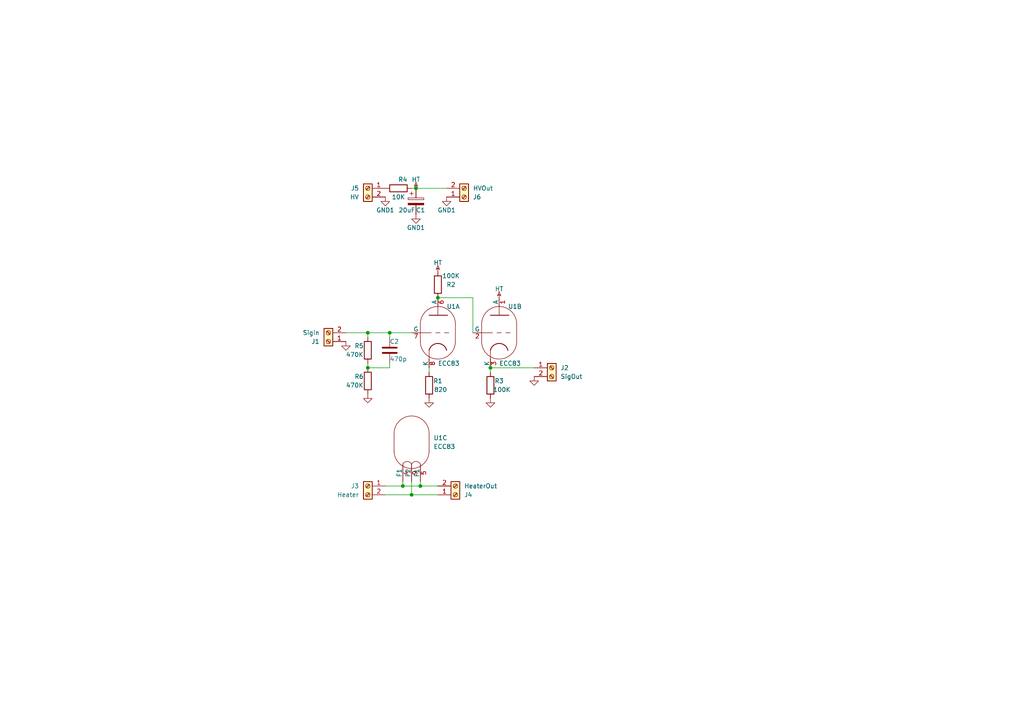
<source format=kicad_sch>
(kicad_sch (version 20230121) (generator eeschema)

  (uuid 29add1eb-87cc-4993-86ae-fe1975672e4b)

  (paper "A4")

  (lib_symbols
    (symbol "Connector:Screw_Terminal_01x02" (pin_names (offset 1.016) hide) (in_bom yes) (on_board yes)
      (property "Reference" "J" (at 0 2.54 0)
        (effects (font (size 1.27 1.27)))
      )
      (property "Value" "Screw_Terminal_01x02" (at 0 -5.08 0)
        (effects (font (size 1.27 1.27)))
      )
      (property "Footprint" "" (at 0 0 0)
        (effects (font (size 1.27 1.27)) hide)
      )
      (property "Datasheet" "~" (at 0 0 0)
        (effects (font (size 1.27 1.27)) hide)
      )
      (property "ki_keywords" "screw terminal" (at 0 0 0)
        (effects (font (size 1.27 1.27)) hide)
      )
      (property "ki_description" "Generic screw terminal, single row, 01x02, script generated (kicad-library-utils/schlib/autogen/connector/)" (at 0 0 0)
        (effects (font (size 1.27 1.27)) hide)
      )
      (property "ki_fp_filters" "TerminalBlock*:*" (at 0 0 0)
        (effects (font (size 1.27 1.27)) hide)
      )
      (symbol "Screw_Terminal_01x02_1_1"
        (rectangle (start -1.27 1.27) (end 1.27 -3.81)
          (stroke (width 0.254) (type default))
          (fill (type background))
        )
        (circle (center 0 -2.54) (radius 0.635)
          (stroke (width 0.1524) (type default))
          (fill (type none))
        )
        (polyline
          (pts
            (xy -0.5334 -2.2098)
            (xy 0.3302 -3.048)
          )
          (stroke (width 0.1524) (type default))
          (fill (type none))
        )
        (polyline
          (pts
            (xy -0.5334 0.3302)
            (xy 0.3302 -0.508)
          )
          (stroke (width 0.1524) (type default))
          (fill (type none))
        )
        (polyline
          (pts
            (xy -0.3556 -2.032)
            (xy 0.508 -2.8702)
          )
          (stroke (width 0.1524) (type default))
          (fill (type none))
        )
        (polyline
          (pts
            (xy -0.3556 0.508)
            (xy 0.508 -0.3302)
          )
          (stroke (width 0.1524) (type default))
          (fill (type none))
        )
        (circle (center 0 0) (radius 0.635)
          (stroke (width 0.1524) (type default))
          (fill (type none))
        )
        (pin passive line (at -5.08 0 0) (length 3.81)
          (name "Pin_1" (effects (font (size 1.27 1.27))))
          (number "1" (effects (font (size 1.27 1.27))))
        )
        (pin passive line (at -5.08 -2.54 0) (length 3.81)
          (name "Pin_2" (effects (font (size 1.27 1.27))))
          (number "2" (effects (font (size 1.27 1.27))))
        )
      )
    )
    (symbol "Device:C" (pin_numbers hide) (pin_names (offset 0.254)) (in_bom yes) (on_board yes)
      (property "Reference" "C" (at 0.635 2.54 0)
        (effects (font (size 1.27 1.27)) (justify left))
      )
      (property "Value" "C" (at 0.635 -2.54 0)
        (effects (font (size 1.27 1.27)) (justify left))
      )
      (property "Footprint" "" (at 0.9652 -3.81 0)
        (effects (font (size 1.27 1.27)) hide)
      )
      (property "Datasheet" "~" (at 0 0 0)
        (effects (font (size 1.27 1.27)) hide)
      )
      (property "ki_keywords" "cap capacitor" (at 0 0 0)
        (effects (font (size 1.27 1.27)) hide)
      )
      (property "ki_description" "Unpolarized capacitor" (at 0 0 0)
        (effects (font (size 1.27 1.27)) hide)
      )
      (property "ki_fp_filters" "C_*" (at 0 0 0)
        (effects (font (size 1.27 1.27)) hide)
      )
      (symbol "C_0_1"
        (polyline
          (pts
            (xy -2.032 -0.762)
            (xy 2.032 -0.762)
          )
          (stroke (width 0.508) (type default))
          (fill (type none))
        )
        (polyline
          (pts
            (xy -2.032 0.762)
            (xy 2.032 0.762)
          )
          (stroke (width 0.508) (type default))
          (fill (type none))
        )
      )
      (symbol "C_1_1"
        (pin passive line (at 0 3.81 270) (length 2.794)
          (name "~" (effects (font (size 1.27 1.27))))
          (number "1" (effects (font (size 1.27 1.27))))
        )
        (pin passive line (at 0 -3.81 90) (length 2.794)
          (name "~" (effects (font (size 1.27 1.27))))
          (number "2" (effects (font (size 1.27 1.27))))
        )
      )
    )
    (symbol "Device:C_Polarized" (pin_numbers hide) (pin_names (offset 0.254)) (in_bom yes) (on_board yes)
      (property "Reference" "C" (at 0.635 2.54 0)
        (effects (font (size 1.27 1.27)) (justify left))
      )
      (property "Value" "C_Polarized" (at 0.635 -2.54 0)
        (effects (font (size 1.27 1.27)) (justify left))
      )
      (property "Footprint" "" (at 0.9652 -3.81 0)
        (effects (font (size 1.27 1.27)) hide)
      )
      (property "Datasheet" "~" (at 0 0 0)
        (effects (font (size 1.27 1.27)) hide)
      )
      (property "ki_keywords" "cap capacitor" (at 0 0 0)
        (effects (font (size 1.27 1.27)) hide)
      )
      (property "ki_description" "Polarized capacitor" (at 0 0 0)
        (effects (font (size 1.27 1.27)) hide)
      )
      (property "ki_fp_filters" "CP_*" (at 0 0 0)
        (effects (font (size 1.27 1.27)) hide)
      )
      (symbol "C_Polarized_0_1"
        (rectangle (start -2.286 0.508) (end 2.286 1.016)
          (stroke (width 0) (type default))
          (fill (type none))
        )
        (polyline
          (pts
            (xy -1.778 2.286)
            (xy -0.762 2.286)
          )
          (stroke (width 0) (type default))
          (fill (type none))
        )
        (polyline
          (pts
            (xy -1.27 2.794)
            (xy -1.27 1.778)
          )
          (stroke (width 0) (type default))
          (fill (type none))
        )
        (rectangle (start 2.286 -0.508) (end -2.286 -1.016)
          (stroke (width 0) (type default))
          (fill (type outline))
        )
      )
      (symbol "C_Polarized_1_1"
        (pin passive line (at 0 3.81 270) (length 2.794)
          (name "~" (effects (font (size 1.27 1.27))))
          (number "1" (effects (font (size 1.27 1.27))))
        )
        (pin passive line (at 0 -3.81 90) (length 2.794)
          (name "~" (effects (font (size 1.27 1.27))))
          (number "2" (effects (font (size 1.27 1.27))))
        )
      )
    )
    (symbol "Device:R" (pin_numbers hide) (pin_names (offset 0)) (in_bom yes) (on_board yes)
      (property "Reference" "R" (at 2.032 0 90)
        (effects (font (size 1.27 1.27)))
      )
      (property "Value" "R" (at 0 0 90)
        (effects (font (size 1.27 1.27)))
      )
      (property "Footprint" "" (at -1.778 0 90)
        (effects (font (size 1.27 1.27)) hide)
      )
      (property "Datasheet" "~" (at 0 0 0)
        (effects (font (size 1.27 1.27)) hide)
      )
      (property "ki_keywords" "R res resistor" (at 0 0 0)
        (effects (font (size 1.27 1.27)) hide)
      )
      (property "ki_description" "Resistor" (at 0 0 0)
        (effects (font (size 1.27 1.27)) hide)
      )
      (property "ki_fp_filters" "R_*" (at 0 0 0)
        (effects (font (size 1.27 1.27)) hide)
      )
      (symbol "R_0_1"
        (rectangle (start -1.016 -2.54) (end 1.016 2.54)
          (stroke (width 0.254) (type default))
          (fill (type none))
        )
      )
      (symbol "R_1_1"
        (pin passive line (at 0 3.81 270) (length 1.27)
          (name "~" (effects (font (size 1.27 1.27))))
          (number "1" (effects (font (size 1.27 1.27))))
        )
        (pin passive line (at 0 -3.81 90) (length 1.27)
          (name "~" (effects (font (size 1.27 1.27))))
          (number "2" (effects (font (size 1.27 1.27))))
        )
      )
    )
    (symbol "Valve:ECC83" (pin_names (offset 0)) (in_bom yes) (on_board yes)
      (property "Reference" "U" (at 3.302 7.874 0)
        (effects (font (size 1.27 1.27)))
      )
      (property "Value" "ECC83" (at 8.89 -7.62 0)
        (effects (font (size 1.27 1.27)))
      )
      (property "Footprint" "Valve:Valve_Noval_P" (at 6.858 -10.16 0)
        (effects (font (size 1.27 1.27)) hide)
      )
      (property "Datasheet" "http://www.r-type.org/pdfs/ecc83.pdf" (at 0 0 0)
        (effects (font (size 1.27 1.27)) hide)
      )
      (property "ki_locked" "" (at 0 0 0)
        (effects (font (size 1.27 1.27)))
      )
      (property "ki_keywords" "triode valve" (at 0 0 0)
        (effects (font (size 1.27 1.27)) hide)
      )
      (property "ki_description" "double triode" (at 0 0 0)
        (effects (font (size 1.27 1.27)) hide)
      )
      (property "ki_fp_filters" "VALVE*NOVAL*P*" (at 0 0 0)
        (effects (font (size 1.27 1.27)) hide)
      )
      (symbol "ECC83_0_1"
        (arc (start -5.08 -2.54) (mid 0 -7.5979) (end 5.08 -2.54)
          (stroke (width 0) (type default))
          (fill (type none))
        )
        (polyline
          (pts
            (xy 5.08 2.54)
            (xy 5.08 -2.54)
          )
          (stroke (width 0) (type default))
          (fill (type none))
        )
        (polyline
          (pts
            (xy -5.08 2.54)
            (xy -5.08 -2.54)
            (xy -5.08 -2.54)
          )
          (stroke (width 0) (type default))
          (fill (type none))
        )
        (arc (start 5.08 2.54) (mid 0 7.5979) (end -5.08 2.54)
          (stroke (width 0) (type default))
          (fill (type none))
        )
      )
      (symbol "ECC83_1_0"
        (polyline
          (pts
            (xy -2.54 -5.08)
            (xy -2.54 -7.62)
          )
          (stroke (width 0) (type default))
          (fill (type none))
        )
        (polyline
          (pts
            (xy 0 5.08)
            (xy 0 7.62)
          )
          (stroke (width 0) (type default))
          (fill (type none))
        )
      )
      (symbol "ECC83_1_1"
        (polyline
          (pts
            (xy -5.08 0)
            (xy -3.175 0)
          )
          (stroke (width 0) (type default))
          (fill (type none))
        )
        (polyline
          (pts
            (xy -1.905 0)
            (xy -3.175 0)
          )
          (stroke (width 0.1524) (type default))
          (fill (type none))
        )
        (polyline
          (pts
            (xy -0.635 0)
            (xy 0.635 0)
          )
          (stroke (width 0.1524) (type default))
          (fill (type none))
        )
        (polyline
          (pts
            (xy 1.905 0)
            (xy 3.175 0)
          )
          (stroke (width 0.1524) (type default))
          (fill (type none))
        )
        (polyline
          (pts
            (xy -2.54 5.08)
            (xy 2.794 5.08)
            (xy 2.794 5.08)
          )
          (stroke (width 0.254) (type default))
          (fill (type none))
        )
        (arc (start 2.54 -5.08) (mid 0 -3.0968) (end -2.54 -5.08)
          (stroke (width 0.254) (type default))
          (fill (type none))
        )
        (pin output line (at 0 10.16 270) (length 2.54)
          (name "A" (effects (font (size 1.27 1.27))))
          (number "6" (effects (font (size 1.27 1.27))))
        )
        (pin input line (at -7.62 0 0) (length 2.54)
          (name "G" (effects (font (size 1.27 1.27))))
          (number "7" (effects (font (size 1.27 1.27))))
        )
        (pin bidirectional line (at -2.54 -10.16 90) (length 2.54)
          (name "K" (effects (font (size 1.27 1.27))))
          (number "8" (effects (font (size 1.27 1.27))))
        )
      )
      (symbol "ECC83_2_0"
        (polyline
          (pts
            (xy -2.54 -5.08)
            (xy -2.54 -7.62)
          )
          (stroke (width 0) (type default))
          (fill (type none))
        )
        (polyline
          (pts
            (xy 0 5.08)
            (xy 0 7.62)
          )
          (stroke (width 0) (type default))
          (fill (type none))
        )
      )
      (symbol "ECC83_2_1"
        (polyline
          (pts
            (xy -5.08 0)
            (xy -3.175 0)
          )
          (stroke (width 0) (type default))
          (fill (type none))
        )
        (polyline
          (pts
            (xy -1.905 0)
            (xy -3.175 0)
          )
          (stroke (width 0.1524) (type default))
          (fill (type none))
        )
        (polyline
          (pts
            (xy -0.635 0)
            (xy 0.635 0)
          )
          (stroke (width 0.1524) (type default))
          (fill (type none))
        )
        (polyline
          (pts
            (xy 1.905 0)
            (xy 3.175 0)
          )
          (stroke (width 0.1524) (type default))
          (fill (type none))
        )
        (polyline
          (pts
            (xy -2.54 5.08)
            (xy 2.794 5.08)
            (xy 2.794 5.08)
          )
          (stroke (width 0.254) (type default))
          (fill (type none))
        )
        (arc (start 2.54 -5.08) (mid 0 -3.0968) (end -2.54 -5.08)
          (stroke (width 0.254) (type default))
          (fill (type none))
        )
        (pin output line (at 0 10.16 270) (length 2.54)
          (name "A" (effects (font (size 1.27 1.27))))
          (number "1" (effects (font (size 1.27 1.27))))
        )
        (pin input line (at -7.62 0 0) (length 2.54)
          (name "G" (effects (font (size 1.27 1.27))))
          (number "2" (effects (font (size 1.27 1.27))))
        )
        (pin bidirectional line (at -2.54 -10.16 90) (length 2.54)
          (name "K" (effects (font (size 1.27 1.27))))
          (number "3" (effects (font (size 1.27 1.27))))
        )
      )
      (symbol "ECC83_3_1"
        (arc (start 0 -6.35) (mid -1.27 -5.5651) (end -2.54 -6.35)
          (stroke (width 0) (type default))
          (fill (type none))
        )
        (arc (start 2.54 -6.35) (mid 1.27 -5.5651) (end 0 -6.35)
          (stroke (width 0) (type default))
          (fill (type none))
        )
        (pin power_in line (at -2.54 -11.43 90) (length 5.08)
          (name "F1" (effects (font (size 1.27 1.27))))
          (number "4" (effects (font (size 1.27 1.27))))
        )
        (pin power_in line (at 2.54 -11.43 90) (length 5.08)
          (name "F1" (effects (font (size 1.27 1.27))))
          (number "5" (effects (font (size 1.27 1.27))))
        )
        (pin power_in line (at 0 -11.43 90) (length 5.08)
          (name "F2" (effects (font (size 1.27 1.27))))
          (number "9" (effects (font (size 1.27 1.27))))
        )
      )
    )
    (symbol "power:GND" (power) (pin_names (offset 0)) (in_bom yes) (on_board yes)
      (property "Reference" "#PWR" (at 0 -6.35 0)
        (effects (font (size 1.27 1.27)) hide)
      )
      (property "Value" "GND" (at 0 -3.81 0)
        (effects (font (size 1.27 1.27)))
      )
      (property "Footprint" "" (at 0 0 0)
        (effects (font (size 1.27 1.27)) hide)
      )
      (property "Datasheet" "" (at 0 0 0)
        (effects (font (size 1.27 1.27)) hide)
      )
      (property "ki_keywords" "global power" (at 0 0 0)
        (effects (font (size 1.27 1.27)) hide)
      )
      (property "ki_description" "Power symbol creates a global label with name \"GND\" , ground" (at 0 0 0)
        (effects (font (size 1.27 1.27)) hide)
      )
      (symbol "GND_0_1"
        (polyline
          (pts
            (xy 0 0)
            (xy 0 -1.27)
            (xy 1.27 -1.27)
            (xy 0 -2.54)
            (xy -1.27 -1.27)
            (xy 0 -1.27)
          )
          (stroke (width 0) (type default))
          (fill (type none))
        )
      )
      (symbol "GND_1_1"
        (pin power_in line (at 0 0 270) (length 0) hide
          (name "GND" (effects (font (size 1.27 1.27))))
          (number "1" (effects (font (size 1.27 1.27))))
        )
      )
    )
    (symbol "power:GND1" (power) (pin_names (offset 0)) (in_bom yes) (on_board yes)
      (property "Reference" "#PWR" (at 0 -6.35 0)
        (effects (font (size 1.27 1.27)) hide)
      )
      (property "Value" "GND1" (at 0 -3.81 0)
        (effects (font (size 1.27 1.27)))
      )
      (property "Footprint" "" (at 0 0 0)
        (effects (font (size 1.27 1.27)) hide)
      )
      (property "Datasheet" "" (at 0 0 0)
        (effects (font (size 1.27 1.27)) hide)
      )
      (property "ki_keywords" "global power" (at 0 0 0)
        (effects (font (size 1.27 1.27)) hide)
      )
      (property "ki_description" "Power symbol creates a global label with name \"GND1\" , ground" (at 0 0 0)
        (effects (font (size 1.27 1.27)) hide)
      )
      (symbol "GND1_0_1"
        (polyline
          (pts
            (xy 0 0)
            (xy 0 -1.27)
            (xy 1.27 -1.27)
            (xy 0 -2.54)
            (xy -1.27 -1.27)
            (xy 0 -1.27)
          )
          (stroke (width 0) (type default))
          (fill (type none))
        )
      )
      (symbol "GND1_1_1"
        (pin power_in line (at 0 0 270) (length 0) hide
          (name "GND1" (effects (font (size 1.27 1.27))))
          (number "1" (effects (font (size 1.27 1.27))))
        )
      )
    )
    (symbol "power:HT" (power) (pin_names (offset 0)) (in_bom yes) (on_board yes)
      (property "Reference" "#PWR" (at 0 3.048 0)
        (effects (font (size 1.27 1.27)) hide)
      )
      (property "Value" "HT" (at 0 2.286 0)
        (effects (font (size 1.27 1.27)))
      )
      (property "Footprint" "" (at 0 0 0)
        (effects (font (size 1.27 1.27)) hide)
      )
      (property "Datasheet" "" (at 0 0 0)
        (effects (font (size 1.27 1.27)) hide)
      )
      (property "ki_keywords" "global power" (at 0 0 0)
        (effects (font (size 1.27 1.27)) hide)
      )
      (property "ki_description" "Power symbol creates a global label with name \"HT\"" (at 0 0 0)
        (effects (font (size 1.27 1.27)) hide)
      )
      (symbol "HT_0_0"
        (pin power_in line (at 0 0 90) (length 0) hide
          (name "HT" (effects (font (size 1.27 1.27))))
          (number "1" (effects (font (size 1.27 1.27))))
        )
      )
      (symbol "HT_0_1"
        (polyline
          (pts
            (xy 0 0)
            (xy 0 1.016)
            (xy 0 1.016)
          )
          (stroke (width 0) (type default))
          (fill (type none))
        )
        (polyline
          (pts
            (xy 0 1.016)
            (xy 0.508 0.508)
            (xy 0 1.778)
            (xy -0.508 0.508)
            (xy 0 1.016)
            (xy 0 1.016)
          )
          (stroke (width 0) (type default))
          (fill (type none))
        )
      )
    )
  )

  (junction (at 127 86.36) (diameter 0) (color 0 0 0 0)
    (uuid 0d11ef56-4700-4b38-b43c-e5f6a2ad13ea)
  )
  (junction (at 142.24 106.68) (diameter 0) (color 0 0 0 0)
    (uuid 19190d59-fdc0-403b-b198-0ad39253ba16)
  )
  (junction (at 113.03 96.52) (diameter 0) (color 0 0 0 0)
    (uuid 2204fa14-bf5d-48c9-b12a-64c1ff01cd7d)
  )
  (junction (at 120.65 54.61) (diameter 0) (color 0 0 0 0)
    (uuid 3777d9f6-77c8-4bbf-9f23-1388b128e133)
  )
  (junction (at 106.68 106.68) (diameter 0) (color 0 0 0 0)
    (uuid 6f5c210b-b8d8-480f-904a-5e0bf8787308)
  )
  (junction (at 106.68 96.52) (diameter 0) (color 0 0 0 0)
    (uuid 7ba2cae9-0fee-4932-9c4d-2c446baa9ce3)
  )
  (junction (at 119.38 143.51) (diameter 0) (color 0 0 0 0)
    (uuid acff7758-3c8b-4ab4-a93e-b6be1ad744a2)
  )
  (junction (at 116.84 140.97) (diameter 0) (color 0 0 0 0)
    (uuid d74a0c16-dd62-4c11-8146-41efc51af89e)
  )
  (junction (at 121.92 140.97) (diameter 0) (color 0 0 0 0)
    (uuid de8db6f3-5dba-4e13-8496-b6b35b0fb239)
  )

  (wire (pts (xy 142.24 106.68) (xy 154.94 106.68))
    (stroke (width 0) (type default))
    (uuid 20e4083d-c72c-486d-896b-a10f0932ce04)
  )
  (wire (pts (xy 106.68 106.68) (xy 113.03 106.68))
    (stroke (width 0) (type default))
    (uuid 21074690-cfec-48e7-954f-9e403bcef0b8)
  )
  (wire (pts (xy 137.16 86.36) (xy 137.16 96.52))
    (stroke (width 0) (type default))
    (uuid 240b9233-8852-4a1d-b271-c4403e33b702)
  )
  (wire (pts (xy 120.65 54.61) (xy 129.54 54.61))
    (stroke (width 0) (type default))
    (uuid 35d6d608-2296-46fd-b68c-255e8ae24c27)
  )
  (wire (pts (xy 113.03 96.52) (xy 119.38 96.52))
    (stroke (width 0) (type default))
    (uuid 38415ab8-4e6b-4e35-8ab5-e91a4de7f2f6)
  )
  (wire (pts (xy 119.38 143.51) (xy 119.38 139.7))
    (stroke (width 0) (type default))
    (uuid 3c476441-173f-412d-a480-79980e4e4f39)
  )
  (wire (pts (xy 124.46 107.95) (xy 124.46 106.68))
    (stroke (width 0) (type default))
    (uuid 42ff329a-43b8-4bf5-b9ef-44cea9abe066)
  )
  (wire (pts (xy 127 86.36) (xy 137.16 86.36))
    (stroke (width 0) (type default))
    (uuid 5b8db6f7-57ef-4b04-8ba4-cb9924ed767b)
  )
  (wire (pts (xy 116.84 140.97) (xy 116.84 139.7))
    (stroke (width 0) (type default))
    (uuid 6f89176c-58ba-48c4-9194-250af0710a42)
  )
  (wire (pts (xy 100.33 96.52) (xy 106.68 96.52))
    (stroke (width 0) (type default))
    (uuid 73a50590-de65-49aa-aa30-14aa85cd0408)
  )
  (wire (pts (xy 142.24 106.68) (xy 142.24 107.95))
    (stroke (width 0) (type default))
    (uuid 84ca9ace-920f-400f-aa93-5e0053710acb)
  )
  (wire (pts (xy 106.68 96.52) (xy 113.03 96.52))
    (stroke (width 0) (type default))
    (uuid 8d51cd20-a024-4d20-923b-b0f82a5728d2)
  )
  (wire (pts (xy 113.03 106.68) (xy 113.03 105.41))
    (stroke (width 0) (type default))
    (uuid 936fdbb5-97de-4ecf-af26-af210e67cedc)
  )
  (wire (pts (xy 119.38 54.61) (xy 120.65 54.61))
    (stroke (width 0) (type default))
    (uuid 9a9132d0-81cf-4a4a-964d-e5f31fd945a3)
  )
  (wire (pts (xy 113.03 96.52) (xy 113.03 97.79))
    (stroke (width 0) (type default))
    (uuid 9ae1256a-c994-4b27-b0d9-72b1fa68e673)
  )
  (wire (pts (xy 106.68 97.79) (xy 106.68 96.52))
    (stroke (width 0) (type default))
    (uuid 9d1fc290-ef3b-4465-8284-2e28d1af542d)
  )
  (wire (pts (xy 111.76 140.97) (xy 116.84 140.97))
    (stroke (width 0) (type default))
    (uuid a0b78495-8709-49bd-ab29-574f86d8603d)
  )
  (wire (pts (xy 119.38 143.51) (xy 127 143.51))
    (stroke (width 0) (type default))
    (uuid ab38847b-9e3a-431b-83cc-085096d1e7f8)
  )
  (wire (pts (xy 121.92 140.97) (xy 116.84 140.97))
    (stroke (width 0) (type default))
    (uuid ab7e7179-179d-4a1a-b30e-94dbccb49a88)
  )
  (wire (pts (xy 121.92 139.7) (xy 121.92 140.97))
    (stroke (width 0) (type default))
    (uuid cceae3ff-c8c9-411f-b18a-b2800ddd4041)
  )
  (wire (pts (xy 111.76 143.51) (xy 119.38 143.51))
    (stroke (width 0) (type default))
    (uuid d9d22997-4b2f-44c1-8f58-8d8aee7ffefd)
  )
  (wire (pts (xy 121.92 140.97) (xy 127 140.97))
    (stroke (width 0) (type default))
    (uuid e62ee87d-bc6e-42eb-ad3b-00882a9a7454)
  )
  (wire (pts (xy 106.68 106.68) (xy 106.68 105.41))
    (stroke (width 0) (type default))
    (uuid ff3369ba-77e9-4b27-9bdf-5729f5eca65f)
  )

  (symbol (lib_id "power:GND1") (at 120.65 62.23 0) (unit 1)
    (in_bom yes) (on_board yes) (dnp no)
    (uuid 073d7aba-c240-4df8-b70c-02d141e6ca5c)
    (property "Reference" "#PWR05" (at 120.65 68.58 0)
      (effects (font (size 1.27 1.27)) hide)
    )
    (property "Value" "GND1" (at 120.65 66.04 0)
      (effects (font (size 1.27 1.27)))
    )
    (property "Footprint" "" (at 120.65 62.23 0)
      (effects (font (size 1.27 1.27)) hide)
    )
    (property "Datasheet" "" (at 120.65 62.23 0)
      (effects (font (size 1.27 1.27)) hide)
    )
    (pin "1" (uuid 31940926-ef55-4f71-aca4-f9d11ad2d751))
    (instances
      (project "Gain2Module"
        (path "/29add1eb-87cc-4993-86ae-fe1975672e4b"
          (reference "#PWR05") (unit 1)
        )
      )
    )
  )

  (symbol (lib_id "Valve:ECC83") (at 127 96.52 0) (unit 1)
    (in_bom yes) (on_board yes) (dnp no)
    (uuid 0c4fa716-351b-464a-b596-719379b66d3a)
    (property "Reference" "U1" (at 129.54 88.9 0)
      (effects (font (size 1.27 1.27)) (justify left))
    )
    (property "Value" "ECC83" (at 127 105.41 0)
      (effects (font (size 1.27 1.27)) (justify left))
    )
    (property "Footprint" "CustomFootprints:BELTON_VT9-PT" (at 133.858 106.68 0)
      (effects (font (size 1.27 1.27)) hide)
    )
    (property "Datasheet" "http://www.r-type.org/pdfs/ecc83.pdf" (at 127 96.52 0)
      (effects (font (size 1.27 1.27)) hide)
    )
    (pin "8" (uuid 6d2e2dbe-67f2-44e6-a122-4ba24113d8b1))
    (pin "7" (uuid 59ba3bdb-5ccf-4fed-94c0-4d3934b24ff6))
    (pin "6" (uuid 2d3f048e-733d-4608-b8fa-ca38b6062208))
    (pin "2" (uuid 8077d4f2-3b3a-4712-a5ec-eb8ca0d8b315))
    (pin "3" (uuid 61e2d25e-d896-4275-a8a4-d2a53fef8a56))
    (pin "4" (uuid 466d323d-626e-4aaa-b169-6243fe10d696))
    (pin "9" (uuid 6952ded6-93b3-4476-bd55-2491ddc4c3bf))
    (pin "5" (uuid 54a2407c-c669-4486-9698-6b4fbce9e34c))
    (pin "1" (uuid 09b4c359-6c3e-4128-b69f-f7377be4ec09))
    (instances
      (project "Gain2Module"
        (path "/29add1eb-87cc-4993-86ae-fe1975672e4b"
          (reference "U1") (unit 1)
        )
      )
    )
  )

  (symbol (lib_id "power:HT") (at 120.65 54.61 0) (unit 1)
    (in_bom yes) (on_board yes) (dnp no)
    (uuid 107e36cf-7f65-42f2-9684-7724be3e0bd2)
    (property "Reference" "#PWR04" (at 120.65 51.562 0)
      (effects (font (size 1.27 1.27)) hide)
    )
    (property "Value" "HT" (at 120.65 52.07 0)
      (effects (font (size 1.27 1.27)))
    )
    (property "Footprint" "" (at 120.65 54.61 0)
      (effects (font (size 1.27 1.27)) hide)
    )
    (property "Datasheet" "" (at 120.65 54.61 0)
      (effects (font (size 1.27 1.27)) hide)
    )
    (pin "1" (uuid cd7df324-ec7d-4d7b-b3ab-98c7b4815da8))
    (instances
      (project "Gain2Module"
        (path "/29add1eb-87cc-4993-86ae-fe1975672e4b"
          (reference "#PWR04") (unit 1)
        )
      )
    )
  )

  (symbol (lib_id "power:GND1") (at 111.76 57.15 0) (unit 1)
    (in_bom yes) (on_board yes) (dnp no)
    (uuid 1b47f349-7742-4806-9a63-79ccf2f7e86e)
    (property "Reference" "#PWR03" (at 111.76 63.5 0)
      (effects (font (size 1.27 1.27)) hide)
    )
    (property "Value" "GND1" (at 111.76 60.96 0)
      (effects (font (size 1.27 1.27)))
    )
    (property "Footprint" "" (at 111.76 57.15 0)
      (effects (font (size 1.27 1.27)) hide)
    )
    (property "Datasheet" "" (at 111.76 57.15 0)
      (effects (font (size 1.27 1.27)) hide)
    )
    (pin "1" (uuid 31940926-ef55-4f71-aca4-f9d11ad2d752))
    (instances
      (project "Gain2Module"
        (path "/29add1eb-87cc-4993-86ae-fe1975672e4b"
          (reference "#PWR03") (unit 1)
        )
      )
    )
  )

  (symbol (lib_id "Device:R") (at 127 82.55 0) (unit 1)
    (in_bom yes) (on_board yes) (dnp no)
    (uuid 23c50ac1-81a9-4bc7-9667-b0de6ad242c7)
    (property "Reference" "R2" (at 130.81 82.55 0)
      (effects (font (size 1.27 1.27)))
    )
    (property "Value" "100K" (at 130.81 80.01 0)
      (effects (font (size 1.27 1.27)))
    )
    (property "Footprint" "Resistor_THT:R_Axial_DIN0309_L9.0mm_D3.2mm_P12.70mm_Horizontal" (at 125.222 82.55 90)
      (effects (font (size 1.27 1.27)) hide)
    )
    (property "Datasheet" "~" (at 127 82.55 0)
      (effects (font (size 1.27 1.27)) hide)
    )
    (pin "1" (uuid 5a185fe1-e407-4750-b00e-a1d96b804185))
    (pin "2" (uuid 3404ceb5-6503-42dd-95c0-d401aeaa8409))
    (instances
      (project "Gain2Module"
        (path "/29add1eb-87cc-4993-86ae-fe1975672e4b"
          (reference "R2") (unit 1)
        )
      )
    )
  )

  (symbol (lib_id "Connector:Screw_Terminal_01x02") (at 95.25 99.06 180) (unit 1)
    (in_bom yes) (on_board yes) (dnp no)
    (uuid 23ed4829-bf99-4fcd-af51-8db91c38f17d)
    (property "Reference" "J1" (at 92.71 99.06 0)
      (effects (font (size 1.27 1.27)) (justify left))
    )
    (property "Value" "SigIn" (at 92.71 96.52 0)
      (effects (font (size 1.27 1.27)) (justify left))
    )
    (property "Footprint" "CustomFootprints:Molex_Micro-Fit_3.0_43650-0200_1x02_P3.00mm_Horizontal" (at 95.25 99.06 0)
      (effects (font (size 1.27 1.27)) hide)
    )
    (property "Datasheet" "~" (at 95.25 99.06 0)
      (effects (font (size 1.27 1.27)) hide)
    )
    (pin "2" (uuid f590698e-efbb-416c-a735-b50e3db80e98))
    (pin "1" (uuid 8649e12a-c91b-44cd-8ca2-1cd35d20db65))
    (instances
      (project "Gain2Module"
        (path "/29add1eb-87cc-4993-86ae-fe1975672e4b"
          (reference "J1") (unit 1)
        )
      )
    )
  )

  (symbol (lib_id "Device:C_Polarized") (at 120.65 58.42 0) (unit 1)
    (in_bom yes) (on_board yes) (dnp no)
    (uuid 3d347dbc-d58b-4d3b-adad-d669caab4694)
    (property "Reference" "C1" (at 120.65 60.96 0)
      (effects (font (size 1.27 1.27)) (justify left))
    )
    (property "Value" "20uF" (at 115.57 60.96 0)
      (effects (font (size 1.27 1.27)) (justify left))
    )
    (property "Footprint" "Capacitor_THT:CP_Radial_D13.0mm_P5.00mm" (at 121.6152 62.23 0)
      (effects (font (size 1.27 1.27)) hide)
    )
    (property "Datasheet" "~" (at 120.65 58.42 0)
      (effects (font (size 1.27 1.27)) hide)
    )
    (pin "1" (uuid f86823da-9898-4a0a-ac1a-e5bc878be47a))
    (pin "2" (uuid 5eb7d136-ecb1-4384-b090-f5434051d2bb))
    (instances
      (project "Gain2Module"
        (path "/29add1eb-87cc-4993-86ae-fe1975672e4b"
          (reference "C1") (unit 1)
        )
      )
    )
  )

  (symbol (lib_id "Connector:Screw_Terminal_01x02") (at 132.08 143.51 0) (mirror x) (unit 1)
    (in_bom yes) (on_board yes) (dnp no)
    (uuid 428c3252-0a0a-4888-987b-e5eea583b942)
    (property "Reference" "J4" (at 134.62 143.51 0)
      (effects (font (size 1.27 1.27)) (justify left))
    )
    (property "Value" "HeaterOut" (at 134.62 140.97 0)
      (effects (font (size 1.27 1.27)) (justify left))
    )
    (property "Footprint" "CustomFootprints:Molex_Micro-Fit_3.0_43650-0215_1x02_P3.00mm_Vertical" (at 132.08 143.51 0)
      (effects (font (size 1.27 1.27)) hide)
    )
    (property "Datasheet" "~" (at 132.08 143.51 0)
      (effects (font (size 1.27 1.27)) hide)
    )
    (pin "2" (uuid f590698e-efbb-416c-a735-b50e3db80e99))
    (pin "1" (uuid 8649e12a-c91b-44cd-8ca2-1cd35d20db66))
    (instances
      (project "Gain2Module"
        (path "/29add1eb-87cc-4993-86ae-fe1975672e4b"
          (reference "J4") (unit 1)
        )
      )
    )
  )

  (symbol (lib_id "Connector:Screw_Terminal_01x02") (at 106.68 54.61 0) (mirror y) (unit 1)
    (in_bom yes) (on_board yes) (dnp no) (fields_autoplaced)
    (uuid 596dfcf4-ba0c-430d-8841-a217612309ef)
    (property "Reference" "J5" (at 104.14 54.61 0)
      (effects (font (size 1.27 1.27)) (justify left))
    )
    (property "Value" "HV" (at 104.14 57.15 0)
      (effects (font (size 1.27 1.27)) (justify left))
    )
    (property "Footprint" "CustomFootprints:Molex_Micro-Fit_3.0_43650-0200_1x02_P3.00mm_Horizontal" (at 106.68 54.61 0)
      (effects (font (size 1.27 1.27)) hide)
    )
    (property "Datasheet" "~" (at 106.68 54.61 0)
      (effects (font (size 1.27 1.27)) hide)
    )
    (pin "2" (uuid f590698e-efbb-416c-a735-b50e3db80e9a))
    (pin "1" (uuid 8649e12a-c91b-44cd-8ca2-1cd35d20db67))
    (instances
      (project "Gain2Module"
        (path "/29add1eb-87cc-4993-86ae-fe1975672e4b"
          (reference "J5") (unit 1)
        )
      )
    )
  )

  (symbol (lib_id "power:GND") (at 154.94 109.22 0) (unit 1)
    (in_bom yes) (on_board yes) (dnp no) (fields_autoplaced)
    (uuid 5e78e6fc-3348-4a58-acc3-d13037daae86)
    (property "Reference" "#PWR010" (at 154.94 115.57 0)
      (effects (font (size 1.27 1.27)) hide)
    )
    (property "Value" "GND" (at 154.94 113.03 90)
      (effects (font (size 1.27 1.27)) (justify right) hide)
    )
    (property "Footprint" "" (at 154.94 109.22 0)
      (effects (font (size 1.27 1.27)) hide)
    )
    (property "Datasheet" "" (at 154.94 109.22 0)
      (effects (font (size 1.27 1.27)) hide)
    )
    (pin "1" (uuid 9be51b25-dd6b-4c59-84c5-6b48066f1fc7))
    (instances
      (project "Gain2Module"
        (path "/29add1eb-87cc-4993-86ae-fe1975672e4b"
          (reference "#PWR010") (unit 1)
        )
      )
    )
  )

  (symbol (lib_id "Connector:Screw_Terminal_01x02") (at 106.68 140.97 0) (mirror y) (unit 1)
    (in_bom yes) (on_board yes) (dnp no) (fields_autoplaced)
    (uuid 673f4967-6fe3-4523-831c-7816a29f12c6)
    (property "Reference" "J3" (at 104.14 140.97 0)
      (effects (font (size 1.27 1.27)) (justify left))
    )
    (property "Value" "Heater" (at 104.14 143.51 0)
      (effects (font (size 1.27 1.27)) (justify left))
    )
    (property "Footprint" "CustomFootprints:Molex_Micro-Fit_3.0_43650-0215_1x02_P3.00mm_Vertical" (at 106.68 140.97 0)
      (effects (font (size 1.27 1.27)) hide)
    )
    (property "Datasheet" "~" (at 106.68 140.97 0)
      (effects (font (size 1.27 1.27)) hide)
    )
    (pin "2" (uuid f590698e-efbb-416c-a735-b50e3db80e9b))
    (pin "1" (uuid 8649e12a-c91b-44cd-8ca2-1cd35d20db68))
    (instances
      (project "Gain2Module"
        (path "/29add1eb-87cc-4993-86ae-fe1975672e4b"
          (reference "J3") (unit 1)
        )
      )
    )
  )

  (symbol (lib_id "Device:C") (at 113.03 101.6 0) (unit 1)
    (in_bom yes) (on_board yes) (dnp no)
    (uuid 77dc634e-a24e-4ca9-aeca-93737e32482f)
    (property "Reference" "C2" (at 113.03 99.06 0)
      (effects (font (size 1.27 1.27)) (justify left))
    )
    (property "Value" "470p" (at 113.03 104.14 0)
      (effects (font (size 1.27 1.27)) (justify left))
    )
    (property "Footprint" "CustomFootprints:FG26 Cap" (at 113.9952 105.41 0)
      (effects (font (size 1.27 1.27)) hide)
    )
    (property "Datasheet" "~" (at 113.03 101.6 0)
      (effects (font (size 1.27 1.27)) hide)
    )
    (pin "2" (uuid 9ce3b514-0d71-407a-a364-7fe913554637))
    (pin "1" (uuid 3c3ae0d4-e8d0-425c-9178-fe330031beaf))
    (instances
      (project "Gain2Module"
        (path "/29add1eb-87cc-4993-86ae-fe1975672e4b"
          (reference "C2") (unit 1)
        )
      )
    )
  )

  (symbol (lib_id "power:GND") (at 124.46 115.57 0) (unit 1)
    (in_bom yes) (on_board yes) (dnp no) (fields_autoplaced)
    (uuid 78e61688-91ca-4985-aed7-caf52e271606)
    (property "Reference" "#PWR01" (at 124.46 121.92 0)
      (effects (font (size 1.27 1.27)) hide)
    )
    (property "Value" "GND" (at 124.46 119.38 90)
      (effects (font (size 1.27 1.27)) (justify right) hide)
    )
    (property "Footprint" "" (at 124.46 115.57 0)
      (effects (font (size 1.27 1.27)) hide)
    )
    (property "Datasheet" "" (at 124.46 115.57 0)
      (effects (font (size 1.27 1.27)) hide)
    )
    (pin "1" (uuid 44f5ed78-9161-4746-b160-958c621f9fa3))
    (instances
      (project "Gain2Module"
        (path "/29add1eb-87cc-4993-86ae-fe1975672e4b"
          (reference "#PWR01") (unit 1)
        )
      )
    )
  )

  (symbol (lib_id "power:GND") (at 142.24 115.57 0) (unit 1)
    (in_bom yes) (on_board yes) (dnp no) (fields_autoplaced)
    (uuid 8272eb56-c1d0-46db-a3f7-489092ecf1a4)
    (property "Reference" "#PWR02" (at 142.24 121.92 0)
      (effects (font (size 1.27 1.27)) hide)
    )
    (property "Value" "GND" (at 142.24 119.38 90)
      (effects (font (size 1.27 1.27)) (justify right) hide)
    )
    (property "Footprint" "" (at 142.24 115.57 0)
      (effects (font (size 1.27 1.27)) hide)
    )
    (property "Datasheet" "" (at 142.24 115.57 0)
      (effects (font (size 1.27 1.27)) hide)
    )
    (pin "1" (uuid 6cc4fe07-8521-43cb-98de-2cd39310a3b2))
    (instances
      (project "Gain2Module"
        (path "/29add1eb-87cc-4993-86ae-fe1975672e4b"
          (reference "#PWR02") (unit 1)
        )
      )
    )
  )

  (symbol (lib_id "power:GND1") (at 129.54 57.15 0) (unit 1)
    (in_bom yes) (on_board yes) (dnp no)
    (uuid 87b816cd-f89e-4e48-948b-b010e2131bec)
    (property "Reference" "#PWR08" (at 129.54 63.5 0)
      (effects (font (size 1.27 1.27)) hide)
    )
    (property "Value" "GND1" (at 129.54 60.96 0)
      (effects (font (size 1.27 1.27)))
    )
    (property "Footprint" "" (at 129.54 57.15 0)
      (effects (font (size 1.27 1.27)) hide)
    )
    (property "Datasheet" "" (at 129.54 57.15 0)
      (effects (font (size 1.27 1.27)) hide)
    )
    (pin "1" (uuid e6be880f-b28c-4272-829e-21565fd42648))
    (instances
      (project "Gain2Module"
        (path "/29add1eb-87cc-4993-86ae-fe1975672e4b"
          (reference "#PWR08") (unit 1)
        )
      )
    )
  )

  (symbol (lib_id "Connector:Screw_Terminal_01x02") (at 134.62 57.15 0) (mirror x) (unit 1)
    (in_bom yes) (on_board yes) (dnp no)
    (uuid 8a3856c0-f503-4813-afaa-20814dc7bfe0)
    (property "Reference" "J6" (at 137.16 57.15 0)
      (effects (font (size 1.27 1.27)) (justify left))
    )
    (property "Value" "HVOut" (at 137.16 54.61 0)
      (effects (font (size 1.27 1.27)) (justify left))
    )
    (property "Footprint" "CustomFootprints:Molex_Micro-Fit_3.0_43650-0200_1x02_P3.00mm_Horizontal" (at 134.62 57.15 0)
      (effects (font (size 1.27 1.27)) hide)
    )
    (property "Datasheet" "~" (at 134.62 57.15 0)
      (effects (font (size 1.27 1.27)) hide)
    )
    (pin "2" (uuid f590698e-efbb-416c-a735-b50e3db80e9c))
    (pin "1" (uuid 8649e12a-c91b-44cd-8ca2-1cd35d20db69))
    (instances
      (project "Gain2Module"
        (path "/29add1eb-87cc-4993-86ae-fe1975672e4b"
          (reference "J6") (unit 1)
        )
      )
    )
  )

  (symbol (lib_id "Device:R") (at 124.46 111.76 180) (unit 1)
    (in_bom yes) (on_board yes) (dnp no)
    (uuid 965cd2ac-68d4-4e4f-87d1-360d1315bd53)
    (property "Reference" "R1" (at 127 110.49 0)
      (effects (font (size 1.27 1.27)))
    )
    (property "Value" "820 " (at 128.27 113.03 0)
      (effects (font (size 1.27 1.27)))
    )
    (property "Footprint" "Resistor_THT:R_Axial_DIN0309_L9.0mm_D3.2mm_P12.70mm_Horizontal" (at 126.238 111.76 90)
      (effects (font (size 1.27 1.27)) hide)
    )
    (property "Datasheet" "~" (at 124.46 111.76 0)
      (effects (font (size 1.27 1.27)) hide)
    )
    (pin "1" (uuid e4caecee-4278-470f-9cbf-73f165a270dd))
    (pin "2" (uuid bb142868-c950-460f-ad8c-35d2cf86a9af))
    (instances
      (project "Gain2Module"
        (path "/29add1eb-87cc-4993-86ae-fe1975672e4b"
          (reference "R1") (unit 1)
        )
      )
    )
  )

  (symbol (lib_id "Connector:Screw_Terminal_01x02") (at 160.02 106.68 0) (unit 1)
    (in_bom yes) (on_board yes) (dnp no) (fields_autoplaced)
    (uuid 9cf0e127-0746-4c71-b171-ab371ca6a387)
    (property "Reference" "J2" (at 162.56 106.68 0)
      (effects (font (size 1.27 1.27)) (justify left))
    )
    (property "Value" "SigOut" (at 162.56 109.22 0)
      (effects (font (size 1.27 1.27)) (justify left))
    )
    (property "Footprint" "CustomFootprints:Molex_Micro-Fit_3.0_43650-0200_1x02_P3.00mm_Horizontal" (at 160.02 106.68 0)
      (effects (font (size 1.27 1.27)) hide)
    )
    (property "Datasheet" "~" (at 160.02 106.68 0)
      (effects (font (size 1.27 1.27)) hide)
    )
    (pin "2" (uuid f590698e-efbb-416c-a735-b50e3db80e9d))
    (pin "1" (uuid 8649e12a-c91b-44cd-8ca2-1cd35d20db6a))
    (instances
      (project "Gain2Module"
        (path "/29add1eb-87cc-4993-86ae-fe1975672e4b"
          (reference "J2") (unit 1)
        )
      )
    )
  )

  (symbol (lib_id "power:HT") (at 144.78 86.36 0) (unit 1)
    (in_bom yes) (on_board yes) (dnp no)
    (uuid a1d5074d-01cb-42bf-9bd5-15d97b16a0af)
    (property "Reference" "#PWR07" (at 144.78 83.312 0)
      (effects (font (size 1.27 1.27)) hide)
    )
    (property "Value" "HT" (at 144.78 83.82 0)
      (effects (font (size 1.27 1.27)))
    )
    (property "Footprint" "" (at 144.78 86.36 0)
      (effects (font (size 1.27 1.27)) hide)
    )
    (property "Datasheet" "" (at 144.78 86.36 0)
      (effects (font (size 1.27 1.27)) hide)
    )
    (pin "1" (uuid 7cd5e96e-30aa-41e8-9485-9cfbda7e390d))
    (instances
      (project "Gain2Module"
        (path "/29add1eb-87cc-4993-86ae-fe1975672e4b"
          (reference "#PWR07") (unit 1)
        )
      )
    )
  )

  (symbol (lib_id "power:GND") (at 100.33 99.06 0) (unit 1)
    (in_bom yes) (on_board yes) (dnp no) (fields_autoplaced)
    (uuid ac9b301a-74a4-430a-a614-09f3c019ef60)
    (property "Reference" "#PWR09" (at 100.33 105.41 0)
      (effects (font (size 1.27 1.27)) hide)
    )
    (property "Value" "GND" (at 100.33 102.87 90)
      (effects (font (size 1.27 1.27)) (justify right) hide)
    )
    (property "Footprint" "" (at 100.33 99.06 0)
      (effects (font (size 1.27 1.27)) hide)
    )
    (property "Datasheet" "" (at 100.33 99.06 0)
      (effects (font (size 1.27 1.27)) hide)
    )
    (pin "1" (uuid 725022a6-f828-4240-a341-360a580692f5))
    (instances
      (project "Gain2Module"
        (path "/29add1eb-87cc-4993-86ae-fe1975672e4b"
          (reference "#PWR09") (unit 1)
        )
      )
    )
  )

  (symbol (lib_id "Device:R") (at 142.24 111.76 180) (unit 1)
    (in_bom yes) (on_board yes) (dnp no)
    (uuid afc97f5f-8b45-4014-995a-ab104e5b3297)
    (property "Reference" "R3" (at 144.78 110.49 0)
      (effects (font (size 1.27 1.27)))
    )
    (property "Value" "100K " (at 146.05 113.03 0)
      (effects (font (size 1.27 1.27)))
    )
    (property "Footprint" "Resistor_THT:R_Axial_DIN0309_L9.0mm_D3.2mm_P12.70mm_Horizontal" (at 144.018 111.76 90)
      (effects (font (size 1.27 1.27)) hide)
    )
    (property "Datasheet" "~" (at 142.24 111.76 0)
      (effects (font (size 1.27 1.27)) hide)
    )
    (pin "1" (uuid db435d7e-4ae3-46f0-986b-6c6cb61d8bcc))
    (pin "2" (uuid 9b548db6-ed08-43d5-809e-c14d3f4e8a32))
    (instances
      (project "Gain2Module"
        (path "/29add1eb-87cc-4993-86ae-fe1975672e4b"
          (reference "R3") (unit 1)
        )
      )
    )
  )

  (symbol (lib_id "Valve:ECC83") (at 144.78 96.52 0) (unit 2)
    (in_bom yes) (on_board yes) (dnp no)
    (uuid b23a1ab0-4f75-43c2-b2f4-932b711cf327)
    (property "Reference" "U1" (at 147.32 88.9 0)
      (effects (font (size 1.27 1.27)) (justify left))
    )
    (property "Value" "ECC83" (at 144.78 105.41 0)
      (effects (font (size 1.27 1.27)) (justify left))
    )
    (property "Footprint" "CustomFootprints:BELTON_VT9-PT" (at 151.638 106.68 0)
      (effects (font (size 1.27 1.27)) hide)
    )
    (property "Datasheet" "http://www.r-type.org/pdfs/ecc83.pdf" (at 144.78 96.52 0)
      (effects (font (size 1.27 1.27)) hide)
    )
    (pin "8" (uuid 8eb91b1f-e182-402e-9e74-7ef641d8776e))
    (pin "7" (uuid 96a9d191-b651-4233-8a3a-6ff6b779c554))
    (pin "6" (uuid c080f300-8d74-44e9-aeb3-cf330016348c))
    (pin "2" (uuid e70ba06c-3150-47ce-8d65-b6f028f7b3ad))
    (pin "3" (uuid f2b6ae55-4712-43d9-ac1e-3e4a874d73e3))
    (pin "4" (uuid 466d323d-626e-4aaa-b169-6243fe10d695))
    (pin "9" (uuid 6952ded6-93b3-4476-bd55-2491ddc4c3be))
    (pin "5" (uuid 54a2407c-c669-4486-9698-6b4fbce9e34b))
    (pin "1" (uuid c80cde47-5b29-4a4d-bdb1-7beef06697b3))
    (instances
      (project "Gain2Module"
        (path "/29add1eb-87cc-4993-86ae-fe1975672e4b"
          (reference "U1") (unit 2)
        )
      )
    )
  )

  (symbol (lib_id "power:GND") (at 106.68 114.3 0) (unit 1)
    (in_bom yes) (on_board yes) (dnp no) (fields_autoplaced)
    (uuid c61b78ed-a291-4aa5-acea-7e3726a60523)
    (property "Reference" "#PWR011" (at 106.68 120.65 0)
      (effects (font (size 1.27 1.27)) hide)
    )
    (property "Value" "GND" (at 106.68 118.11 90)
      (effects (font (size 1.27 1.27)) (justify right) hide)
    )
    (property "Footprint" "" (at 106.68 114.3 0)
      (effects (font (size 1.27 1.27)) hide)
    )
    (property "Datasheet" "" (at 106.68 114.3 0)
      (effects (font (size 1.27 1.27)) hide)
    )
    (pin "1" (uuid 3de746e1-b807-4260-8f7f-6e149b404581))
    (instances
      (project "Gain2Module"
        (path "/29add1eb-87cc-4993-86ae-fe1975672e4b"
          (reference "#PWR011") (unit 1)
        )
      )
    )
  )

  (symbol (lib_id "Valve:ECC83") (at 119.38 128.27 0) (unit 3)
    (in_bom yes) (on_board yes) (dnp no) (fields_autoplaced)
    (uuid cc31165d-35b9-47c6-b094-be111f12ac3f)
    (property "Reference" "U1" (at 125.73 127 0)
      (effects (font (size 1.27 1.27)) (justify left))
    )
    (property "Value" "ECC83" (at 125.73 129.54 0)
      (effects (font (size 1.27 1.27)) (justify left))
    )
    (property "Footprint" "CustomFootprints:BELTON_VT9-PT" (at 126.238 138.43 0)
      (effects (font (size 1.27 1.27)) hide)
    )
    (property "Datasheet" "http://www.r-type.org/pdfs/ecc83.pdf" (at 119.38 128.27 0)
      (effects (font (size 1.27 1.27)) hide)
    )
    (pin "2" (uuid b3c37938-bb6f-44c8-983e-bb3e9a56dbd4))
    (pin "4" (uuid f6111200-6d0e-41a7-8221-118b591745c2))
    (pin "1" (uuid 601ae778-969f-4955-8075-04b2fa6f08b6))
    (pin "5" (uuid b66a99ff-e573-464e-83c6-2831dbd39945))
    (pin "6" (uuid b27b49ba-295e-4afe-9b7e-275be9cc45b9))
    (pin "8" (uuid a42c72bf-307c-48f4-a6d9-43c0f4dca1d6))
    (pin "9" (uuid 42b56969-4dd5-440c-b8dd-9020ee9eac36))
    (pin "7" (uuid 85ad2dd4-e80b-41c5-8c8d-04a91f776d4b))
    (pin "3" (uuid f6334ef9-ef90-4a21-a890-cf7744d54252))
    (instances
      (project "Gain2Module"
        (path "/29add1eb-87cc-4993-86ae-fe1975672e4b"
          (reference "U1") (unit 3)
        )
      )
    )
  )

  (symbol (lib_id "Device:R") (at 115.57 54.61 90) (unit 1)
    (in_bom yes) (on_board yes) (dnp no)
    (uuid cfc2d51e-bdd4-4991-a397-fe8b9328b751)
    (property "Reference" "R4" (at 116.84 52.07 90)
      (effects (font (size 1.27 1.27)))
    )
    (property "Value" "10K" (at 115.57 57.15 90)
      (effects (font (size 1.27 1.27)))
    )
    (property "Footprint" "Resistor_THT:R_Axial_DIN0309_L9.0mm_D3.2mm_P12.70mm_Horizontal" (at 115.57 56.388 90)
      (effects (font (size 1.27 1.27)) hide)
    )
    (property "Datasheet" "~" (at 115.57 54.61 0)
      (effects (font (size 1.27 1.27)) hide)
    )
    (pin "1" (uuid 1cc62523-eb82-4f55-830c-b2463d637314))
    (pin "2" (uuid 149eed13-82cb-4cca-bd01-c358bd259f45))
    (instances
      (project "Gain2Module"
        (path "/29add1eb-87cc-4993-86ae-fe1975672e4b"
          (reference "R4") (unit 1)
        )
      )
    )
  )

  (symbol (lib_id "Device:R") (at 106.68 101.6 180) (unit 1)
    (in_bom yes) (on_board yes) (dnp no)
    (uuid d23e95ab-04a0-42e5-b2dd-eee1f5dce549)
    (property "Reference" "R5" (at 104.14 100.33 0)
      (effects (font (size 1.27 1.27)))
    )
    (property "Value" "470K" (at 102.87 102.87 0)
      (effects (font (size 1.27 1.27)))
    )
    (property "Footprint" "Resistor_THT:R_Axial_DIN0309_L9.0mm_D3.2mm_P12.70mm_Horizontal" (at 108.458 101.6 90)
      (effects (font (size 1.27 1.27)) hide)
    )
    (property "Datasheet" "~" (at 106.68 101.6 0)
      (effects (font (size 1.27 1.27)) hide)
    )
    (pin "1" (uuid cbe21b22-7bc6-430d-abe6-599ff79c746d))
    (pin "2" (uuid 52a1ade7-22b5-4319-b64d-67036c0e5541))
    (instances
      (project "Gain2Module"
        (path "/29add1eb-87cc-4993-86ae-fe1975672e4b"
          (reference "R5") (unit 1)
        )
      )
    )
  )

  (symbol (lib_id "power:HT") (at 127 78.74 0) (unit 1)
    (in_bom yes) (on_board yes) (dnp no)
    (uuid da13797e-9e05-4cbd-b69e-3a6fbde995dd)
    (property "Reference" "#PWR06" (at 127 75.692 0)
      (effects (font (size 1.27 1.27)) hide)
    )
    (property "Value" "HT" (at 127 76.2 0)
      (effects (font (size 1.27 1.27)))
    )
    (property "Footprint" "" (at 127 78.74 0)
      (effects (font (size 1.27 1.27)) hide)
    )
    (property "Datasheet" "" (at 127 78.74 0)
      (effects (font (size 1.27 1.27)) hide)
    )
    (pin "1" (uuid cd7df324-ec7d-4d7b-b3ab-98c7b4815da9))
    (instances
      (project "Gain2Module"
        (path "/29add1eb-87cc-4993-86ae-fe1975672e4b"
          (reference "#PWR06") (unit 1)
        )
      )
    )
  )

  (symbol (lib_id "Device:R") (at 106.68 110.49 180) (unit 1)
    (in_bom yes) (on_board yes) (dnp no)
    (uuid f02989a3-410b-4966-9b63-f5b6ef8832f0)
    (property "Reference" "R6" (at 104.14 109.22 0)
      (effects (font (size 1.27 1.27)))
    )
    (property "Value" "470K" (at 102.87 111.76 0)
      (effects (font (size 1.27 1.27)))
    )
    (property "Footprint" "Resistor_THT:R_Axial_DIN0309_L9.0mm_D3.2mm_P12.70mm_Horizontal" (at 108.458 110.49 90)
      (effects (font (size 1.27 1.27)) hide)
    )
    (property "Datasheet" "~" (at 106.68 110.49 0)
      (effects (font (size 1.27 1.27)) hide)
    )
    (pin "1" (uuid e352d7a3-6362-4993-b925-0017a54b2aea))
    (pin "2" (uuid bdcf45ee-d2a9-4f26-a29d-fddb6f67182a))
    (instances
      (project "Gain2Module"
        (path "/29add1eb-87cc-4993-86ae-fe1975672e4b"
          (reference "R6") (unit 1)
        )
      )
    )
  )

  (sheet_instances
    (path "/" (page "1"))
  )
)

</source>
